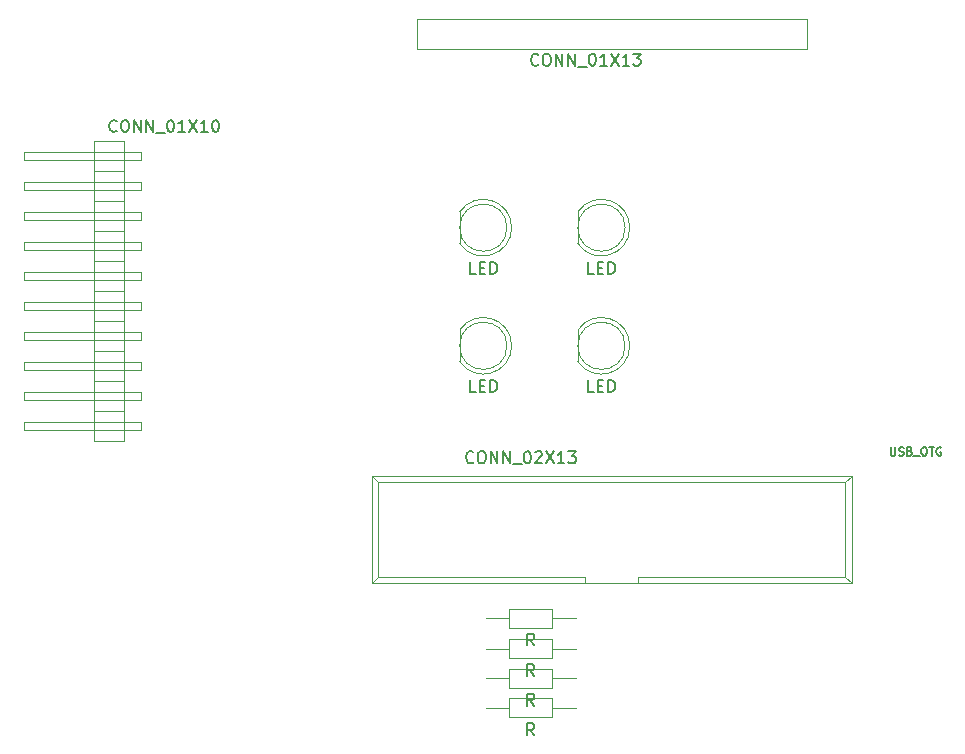
<source format=gbr>
G04 #@! TF.FileFunction,Other,Fab,Top*
%FSLAX46Y46*%
G04 Gerber Fmt 4.6, Leading zero omitted, Abs format (unit mm)*
G04 Created by KiCad (PCBNEW 4.0.5-e0-6337~49~ubuntu16.04.1) date Wed Jan 25 22:29:53 2017*
%MOMM*%
%LPD*%
G01*
G04 APERTURE LIST*
%ADD10C,0.100000*%
%ADD11C,0.150000*%
G04 APERTURE END LIST*
D10*
X145376900Y-111401000D02*
X186016900Y-111401000D01*
X145916900Y-111951000D02*
X185456900Y-111951000D01*
X145376900Y-120501000D02*
X186016900Y-120501000D01*
X145916900Y-119951000D02*
X163446900Y-119951000D01*
X167946900Y-119951000D02*
X185456900Y-119951000D01*
X163446900Y-119951000D02*
X163446900Y-120501000D01*
X167946900Y-119951000D02*
X167946900Y-120501000D01*
X145376900Y-111401000D02*
X145376900Y-120501000D01*
X145916900Y-111951000D02*
X145916900Y-119951000D01*
X186016900Y-111401000D02*
X186016900Y-120501000D01*
X185456900Y-111951000D02*
X185456900Y-119951000D01*
X145376900Y-111401000D02*
X145916900Y-111951000D01*
X186016900Y-111401000D02*
X185456900Y-111951000D01*
X145376900Y-120501000D02*
X145916900Y-119951000D01*
X186016900Y-120501000D02*
X185456900Y-119951000D01*
X157011200Y-122647200D02*
X157011200Y-124247200D01*
X157011200Y-124247200D02*
X160611200Y-124247200D01*
X160611200Y-124247200D02*
X160611200Y-122647200D01*
X160611200Y-122647200D02*
X157011200Y-122647200D01*
X155001200Y-123447200D02*
X157011200Y-123447200D01*
X162621200Y-123447200D02*
X160611200Y-123447200D01*
X157011200Y-125247200D02*
X157011200Y-126847200D01*
X157011200Y-126847200D02*
X160611200Y-126847200D01*
X160611200Y-126847200D02*
X160611200Y-125247200D01*
X160611200Y-125247200D02*
X157011200Y-125247200D01*
X155001200Y-126047200D02*
X157011200Y-126047200D01*
X162621200Y-126047200D02*
X160611200Y-126047200D01*
X157011200Y-130247200D02*
X157011200Y-131847200D01*
X157011200Y-131847200D02*
X160611200Y-131847200D01*
X160611200Y-131847200D02*
X160611200Y-130247200D01*
X160611200Y-130247200D02*
X157011200Y-130247200D01*
X155001200Y-131047200D02*
X157011200Y-131047200D01*
X162621200Y-131047200D02*
X160611200Y-131047200D01*
X157011200Y-127747200D02*
X157011200Y-129347200D01*
X157011200Y-129347200D02*
X160611200Y-129347200D01*
X160611200Y-129347200D02*
X160611200Y-127747200D01*
X160611200Y-127747200D02*
X157011200Y-127747200D01*
X155001200Y-128547200D02*
X157011200Y-128547200D01*
X162621200Y-128547200D02*
X160611200Y-128547200D01*
X152812862Y-91716139D02*
G75*
G03X152813200Y-89063350I2000338J1326139D01*
G01*
X156813200Y-90390000D02*
G75*
G03X156813200Y-90390000I-2000000J0D01*
G01*
X152813200Y-89063350D02*
X152813200Y-91716650D01*
X162812862Y-91716139D02*
G75*
G03X162813200Y-89063350I2000338J1326139D01*
G01*
X166813200Y-90390000D02*
G75*
G03X166813200Y-90390000I-2000000J0D01*
G01*
X162813200Y-89063350D02*
X162813200Y-91716650D01*
X162812862Y-101716139D02*
G75*
G03X162813200Y-99063350I2000338J1326139D01*
G01*
X166813200Y-100390000D02*
G75*
G03X166813200Y-100390000I-2000000J0D01*
G01*
X162813200Y-99063350D02*
X162813200Y-101716650D01*
X152812862Y-101716139D02*
G75*
G03X152813200Y-99063350I2000338J1326139D01*
G01*
X156813200Y-100390000D02*
G75*
G03X156813200Y-100390000I-2000000J0D01*
G01*
X152813200Y-99063350D02*
X152813200Y-101716650D01*
X124390000Y-108440000D02*
X124390000Y-105900000D01*
X124390000Y-105900000D02*
X121890000Y-105900000D01*
X121890000Y-105900000D02*
X121890000Y-108440000D01*
X121890000Y-108440000D02*
X124390000Y-108440000D01*
X125790000Y-107490000D02*
X125790000Y-106850000D01*
X125790000Y-106850000D02*
X115890000Y-106850000D01*
X115890000Y-106850000D02*
X115890000Y-107490000D01*
X115890000Y-107490000D02*
X125790000Y-107490000D01*
X124390000Y-105900000D02*
X124390000Y-103360000D01*
X124390000Y-103360000D02*
X121890000Y-103360000D01*
X121890000Y-103360000D02*
X121890000Y-105900000D01*
X121890000Y-105900000D02*
X124390000Y-105900000D01*
X125790000Y-104950000D02*
X125790000Y-104310000D01*
X125790000Y-104310000D02*
X115890000Y-104310000D01*
X115890000Y-104310000D02*
X115890000Y-104950000D01*
X115890000Y-104950000D02*
X125790000Y-104950000D01*
X124390000Y-103360000D02*
X124390000Y-100820000D01*
X124390000Y-100820000D02*
X121890000Y-100820000D01*
X121890000Y-100820000D02*
X121890000Y-103360000D01*
X121890000Y-103360000D02*
X124390000Y-103360000D01*
X125790000Y-102410000D02*
X125790000Y-101770000D01*
X125790000Y-101770000D02*
X115890000Y-101770000D01*
X115890000Y-101770000D02*
X115890000Y-102410000D01*
X115890000Y-102410000D02*
X125790000Y-102410000D01*
X124390000Y-100820000D02*
X124390000Y-98280000D01*
X124390000Y-98280000D02*
X121890000Y-98280000D01*
X121890000Y-98280000D02*
X121890000Y-100820000D01*
X121890000Y-100820000D02*
X124390000Y-100820000D01*
X125790000Y-99870000D02*
X125790000Y-99230000D01*
X125790000Y-99230000D02*
X115890000Y-99230000D01*
X115890000Y-99230000D02*
X115890000Y-99870000D01*
X115890000Y-99870000D02*
X125790000Y-99870000D01*
X124390000Y-98280000D02*
X124390000Y-95740000D01*
X124390000Y-95740000D02*
X121890000Y-95740000D01*
X121890000Y-95740000D02*
X121890000Y-98280000D01*
X121890000Y-98280000D02*
X124390000Y-98280000D01*
X125790000Y-97330000D02*
X125790000Y-96690000D01*
X125790000Y-96690000D02*
X115890000Y-96690000D01*
X115890000Y-96690000D02*
X115890000Y-97330000D01*
X115890000Y-97330000D02*
X125790000Y-97330000D01*
X124390000Y-95740000D02*
X124390000Y-93200000D01*
X124390000Y-93200000D02*
X121890000Y-93200000D01*
X121890000Y-93200000D02*
X121890000Y-95740000D01*
X121890000Y-95740000D02*
X124390000Y-95740000D01*
X125790000Y-94790000D02*
X125790000Y-94150000D01*
X125790000Y-94150000D02*
X115890000Y-94150000D01*
X115890000Y-94150000D02*
X115890000Y-94790000D01*
X115890000Y-94790000D02*
X125790000Y-94790000D01*
X124390000Y-93200000D02*
X124390000Y-90660000D01*
X124390000Y-90660000D02*
X121890000Y-90660000D01*
X121890000Y-90660000D02*
X121890000Y-93200000D01*
X121890000Y-93200000D02*
X124390000Y-93200000D01*
X125790000Y-92250000D02*
X125790000Y-91610000D01*
X125790000Y-91610000D02*
X115890000Y-91610000D01*
X115890000Y-91610000D02*
X115890000Y-92250000D01*
X115890000Y-92250000D02*
X125790000Y-92250000D01*
X124390000Y-90660000D02*
X124390000Y-88120000D01*
X124390000Y-88120000D02*
X121890000Y-88120000D01*
X121890000Y-88120000D02*
X121890000Y-90660000D01*
X121890000Y-90660000D02*
X124390000Y-90660000D01*
X125790000Y-89710000D02*
X125790000Y-89070000D01*
X125790000Y-89070000D02*
X115890000Y-89070000D01*
X115890000Y-89070000D02*
X115890000Y-89710000D01*
X115890000Y-89710000D02*
X125790000Y-89710000D01*
X124390000Y-88120000D02*
X124390000Y-85580000D01*
X124390000Y-85580000D02*
X121890000Y-85580000D01*
X121890000Y-85580000D02*
X121890000Y-88120000D01*
X121890000Y-88120000D02*
X124390000Y-88120000D01*
X125790000Y-87170000D02*
X125790000Y-86530000D01*
X125790000Y-86530000D02*
X115890000Y-86530000D01*
X115890000Y-86530000D02*
X115890000Y-87170000D01*
X115890000Y-87170000D02*
X125790000Y-87170000D01*
X124390000Y-85580000D02*
X124390000Y-83040000D01*
X124390000Y-83040000D02*
X121890000Y-83040000D01*
X121890000Y-83040000D02*
X121890000Y-85580000D01*
X121890000Y-85580000D02*
X124390000Y-85580000D01*
X125790000Y-84630000D02*
X125790000Y-83990000D01*
X125790000Y-83990000D02*
X115890000Y-83990000D01*
X115890000Y-83990000D02*
X115890000Y-84630000D01*
X115890000Y-84630000D02*
X125790000Y-84630000D01*
X182210000Y-72700000D02*
X149190000Y-72700000D01*
X149190000Y-72700000D02*
X149190000Y-75240000D01*
X149190000Y-75240000D02*
X182210000Y-75240000D01*
X182210000Y-75240000D02*
X182210000Y-72700000D01*
D11*
X153966191Y-110227143D02*
X153918572Y-110274762D01*
X153775715Y-110322381D01*
X153680477Y-110322381D01*
X153537619Y-110274762D01*
X153442381Y-110179524D01*
X153394762Y-110084286D01*
X153347143Y-109893810D01*
X153347143Y-109750952D01*
X153394762Y-109560476D01*
X153442381Y-109465238D01*
X153537619Y-109370000D01*
X153680477Y-109322381D01*
X153775715Y-109322381D01*
X153918572Y-109370000D01*
X153966191Y-109417619D01*
X154585238Y-109322381D02*
X154775715Y-109322381D01*
X154870953Y-109370000D01*
X154966191Y-109465238D01*
X155013810Y-109655714D01*
X155013810Y-109989048D01*
X154966191Y-110179524D01*
X154870953Y-110274762D01*
X154775715Y-110322381D01*
X154585238Y-110322381D01*
X154490000Y-110274762D01*
X154394762Y-110179524D01*
X154347143Y-109989048D01*
X154347143Y-109655714D01*
X154394762Y-109465238D01*
X154490000Y-109370000D01*
X154585238Y-109322381D01*
X155442381Y-110322381D02*
X155442381Y-109322381D01*
X156013810Y-110322381D01*
X156013810Y-109322381D01*
X156490000Y-110322381D02*
X156490000Y-109322381D01*
X157061429Y-110322381D01*
X157061429Y-109322381D01*
X157299524Y-110417619D02*
X158061429Y-110417619D01*
X158490000Y-109322381D02*
X158585239Y-109322381D01*
X158680477Y-109370000D01*
X158728096Y-109417619D01*
X158775715Y-109512857D01*
X158823334Y-109703333D01*
X158823334Y-109941429D01*
X158775715Y-110131905D01*
X158728096Y-110227143D01*
X158680477Y-110274762D01*
X158585239Y-110322381D01*
X158490000Y-110322381D01*
X158394762Y-110274762D01*
X158347143Y-110227143D01*
X158299524Y-110131905D01*
X158251905Y-109941429D01*
X158251905Y-109703333D01*
X158299524Y-109512857D01*
X158347143Y-109417619D01*
X158394762Y-109370000D01*
X158490000Y-109322381D01*
X159204286Y-109417619D02*
X159251905Y-109370000D01*
X159347143Y-109322381D01*
X159585239Y-109322381D01*
X159680477Y-109370000D01*
X159728096Y-109417619D01*
X159775715Y-109512857D01*
X159775715Y-109608095D01*
X159728096Y-109750952D01*
X159156667Y-110322381D01*
X159775715Y-110322381D01*
X160109048Y-109322381D02*
X160775715Y-110322381D01*
X160775715Y-109322381D02*
X160109048Y-110322381D01*
X161680477Y-110322381D02*
X161109048Y-110322381D01*
X161394762Y-110322381D02*
X161394762Y-109322381D01*
X161299524Y-109465238D01*
X161204286Y-109560476D01*
X161109048Y-109608095D01*
X162013810Y-109322381D02*
X162632858Y-109322381D01*
X162299524Y-109703333D01*
X162442382Y-109703333D01*
X162537620Y-109750952D01*
X162585239Y-109798571D01*
X162632858Y-109893810D01*
X162632858Y-110131905D01*
X162585239Y-110227143D01*
X162537620Y-110274762D01*
X162442382Y-110322381D01*
X162156667Y-110322381D01*
X162061429Y-110274762D01*
X162013810Y-110227143D01*
X159120724Y-125759581D02*
X158787390Y-125283390D01*
X158549295Y-125759581D02*
X158549295Y-124759581D01*
X158930248Y-124759581D01*
X159025486Y-124807200D01*
X159073105Y-124854819D01*
X159120724Y-124950057D01*
X159120724Y-125092914D01*
X159073105Y-125188152D01*
X159025486Y-125235771D01*
X158930248Y-125283390D01*
X158549295Y-125283390D01*
X159120724Y-128359581D02*
X158787390Y-127883390D01*
X158549295Y-128359581D02*
X158549295Y-127359581D01*
X158930248Y-127359581D01*
X159025486Y-127407200D01*
X159073105Y-127454819D01*
X159120724Y-127550057D01*
X159120724Y-127692914D01*
X159073105Y-127788152D01*
X159025486Y-127835771D01*
X158930248Y-127883390D01*
X158549295Y-127883390D01*
X159120724Y-133359581D02*
X158787390Y-132883390D01*
X158549295Y-133359581D02*
X158549295Y-132359581D01*
X158930248Y-132359581D01*
X159025486Y-132407200D01*
X159073105Y-132454819D01*
X159120724Y-132550057D01*
X159120724Y-132692914D01*
X159073105Y-132788152D01*
X159025486Y-132835771D01*
X158930248Y-132883390D01*
X158549295Y-132883390D01*
X159120724Y-130859581D02*
X158787390Y-130383390D01*
X158549295Y-130859581D02*
X158549295Y-129859581D01*
X158930248Y-129859581D01*
X159025486Y-129907200D01*
X159073105Y-129954819D01*
X159120724Y-130050057D01*
X159120724Y-130192914D01*
X159073105Y-130288152D01*
X159025486Y-130335771D01*
X158930248Y-130383390D01*
X158549295Y-130383390D01*
X189299468Y-108989067D02*
X189299468Y-109555733D01*
X189332801Y-109622400D01*
X189366134Y-109655733D01*
X189432801Y-109689067D01*
X189566134Y-109689067D01*
X189632801Y-109655733D01*
X189666134Y-109622400D01*
X189699468Y-109555733D01*
X189699468Y-108989067D01*
X189999467Y-109655733D02*
X190099467Y-109689067D01*
X190266134Y-109689067D01*
X190332801Y-109655733D01*
X190366134Y-109622400D01*
X190399467Y-109555733D01*
X190399467Y-109489067D01*
X190366134Y-109422400D01*
X190332801Y-109389067D01*
X190266134Y-109355733D01*
X190132801Y-109322400D01*
X190066134Y-109289067D01*
X190032801Y-109255733D01*
X189999467Y-109189067D01*
X189999467Y-109122400D01*
X190032801Y-109055733D01*
X190066134Y-109022400D01*
X190132801Y-108989067D01*
X190299467Y-108989067D01*
X190399467Y-109022400D01*
X190932801Y-109322400D02*
X191032801Y-109355733D01*
X191066134Y-109389067D01*
X191099468Y-109455733D01*
X191099468Y-109555733D01*
X191066134Y-109622400D01*
X191032801Y-109655733D01*
X190966134Y-109689067D01*
X190699468Y-109689067D01*
X190699468Y-108989067D01*
X190932801Y-108989067D01*
X190999468Y-109022400D01*
X191032801Y-109055733D01*
X191066134Y-109122400D01*
X191066134Y-109189067D01*
X191032801Y-109255733D01*
X190999468Y-109289067D01*
X190932801Y-109322400D01*
X190699468Y-109322400D01*
X191232801Y-109755733D02*
X191766134Y-109755733D01*
X192066134Y-108989067D02*
X192199467Y-108989067D01*
X192266134Y-109022400D01*
X192332801Y-109089067D01*
X192366134Y-109222400D01*
X192366134Y-109455733D01*
X192332801Y-109589067D01*
X192266134Y-109655733D01*
X192199467Y-109689067D01*
X192066134Y-109689067D01*
X191999467Y-109655733D01*
X191932801Y-109589067D01*
X191899467Y-109455733D01*
X191899467Y-109222400D01*
X191932801Y-109089067D01*
X191999467Y-109022400D01*
X192066134Y-108989067D01*
X192566134Y-108989067D02*
X192966134Y-108989067D01*
X192766134Y-109689067D02*
X192766134Y-108989067D01*
X193566133Y-109022400D02*
X193499467Y-108989067D01*
X193399467Y-108989067D01*
X193299467Y-109022400D01*
X193232800Y-109089067D01*
X193199467Y-109155733D01*
X193166133Y-109289067D01*
X193166133Y-109389067D01*
X193199467Y-109522400D01*
X193232800Y-109589067D01*
X193299467Y-109655733D01*
X193399467Y-109689067D01*
X193466133Y-109689067D01*
X193566133Y-109655733D01*
X193599467Y-109622400D01*
X193599467Y-109389067D01*
X193466133Y-109389067D01*
X154170343Y-94302381D02*
X153694152Y-94302381D01*
X153694152Y-93302381D01*
X154503676Y-93778571D02*
X154837010Y-93778571D01*
X154979867Y-94302381D02*
X154503676Y-94302381D01*
X154503676Y-93302381D01*
X154979867Y-93302381D01*
X155408438Y-94302381D02*
X155408438Y-93302381D01*
X155646533Y-93302381D01*
X155789391Y-93350000D01*
X155884629Y-93445238D01*
X155932248Y-93540476D01*
X155979867Y-93730952D01*
X155979867Y-93873810D01*
X155932248Y-94064286D01*
X155884629Y-94159524D01*
X155789391Y-94254762D01*
X155646533Y-94302381D01*
X155408438Y-94302381D01*
X164170343Y-94302381D02*
X163694152Y-94302381D01*
X163694152Y-93302381D01*
X164503676Y-93778571D02*
X164837010Y-93778571D01*
X164979867Y-94302381D02*
X164503676Y-94302381D01*
X164503676Y-93302381D01*
X164979867Y-93302381D01*
X165408438Y-94302381D02*
X165408438Y-93302381D01*
X165646533Y-93302381D01*
X165789391Y-93350000D01*
X165884629Y-93445238D01*
X165932248Y-93540476D01*
X165979867Y-93730952D01*
X165979867Y-93873810D01*
X165932248Y-94064286D01*
X165884629Y-94159524D01*
X165789391Y-94254762D01*
X165646533Y-94302381D01*
X165408438Y-94302381D01*
X164170343Y-104302381D02*
X163694152Y-104302381D01*
X163694152Y-103302381D01*
X164503676Y-103778571D02*
X164837010Y-103778571D01*
X164979867Y-104302381D02*
X164503676Y-104302381D01*
X164503676Y-103302381D01*
X164979867Y-103302381D01*
X165408438Y-104302381D02*
X165408438Y-103302381D01*
X165646533Y-103302381D01*
X165789391Y-103350000D01*
X165884629Y-103445238D01*
X165932248Y-103540476D01*
X165979867Y-103730952D01*
X165979867Y-103873810D01*
X165932248Y-104064286D01*
X165884629Y-104159524D01*
X165789391Y-104254762D01*
X165646533Y-104302381D01*
X165408438Y-104302381D01*
X154170343Y-104302381D02*
X153694152Y-104302381D01*
X153694152Y-103302381D01*
X154503676Y-103778571D02*
X154837010Y-103778571D01*
X154979867Y-104302381D02*
X154503676Y-104302381D01*
X154503676Y-103302381D01*
X154979867Y-103302381D01*
X155408438Y-104302381D02*
X155408438Y-103302381D01*
X155646533Y-103302381D01*
X155789391Y-103350000D01*
X155884629Y-103445238D01*
X155932248Y-103540476D01*
X155979867Y-103730952D01*
X155979867Y-103873810D01*
X155932248Y-104064286D01*
X155884629Y-104159524D01*
X155789391Y-104254762D01*
X155646533Y-104302381D01*
X155408438Y-104302381D01*
X123766191Y-82177143D02*
X123718572Y-82224762D01*
X123575715Y-82272381D01*
X123480477Y-82272381D01*
X123337619Y-82224762D01*
X123242381Y-82129524D01*
X123194762Y-82034286D01*
X123147143Y-81843810D01*
X123147143Y-81700952D01*
X123194762Y-81510476D01*
X123242381Y-81415238D01*
X123337619Y-81320000D01*
X123480477Y-81272381D01*
X123575715Y-81272381D01*
X123718572Y-81320000D01*
X123766191Y-81367619D01*
X124385238Y-81272381D02*
X124575715Y-81272381D01*
X124670953Y-81320000D01*
X124766191Y-81415238D01*
X124813810Y-81605714D01*
X124813810Y-81939048D01*
X124766191Y-82129524D01*
X124670953Y-82224762D01*
X124575715Y-82272381D01*
X124385238Y-82272381D01*
X124290000Y-82224762D01*
X124194762Y-82129524D01*
X124147143Y-81939048D01*
X124147143Y-81605714D01*
X124194762Y-81415238D01*
X124290000Y-81320000D01*
X124385238Y-81272381D01*
X125242381Y-82272381D02*
X125242381Y-81272381D01*
X125813810Y-82272381D01*
X125813810Y-81272381D01*
X126290000Y-82272381D02*
X126290000Y-81272381D01*
X126861429Y-82272381D01*
X126861429Y-81272381D01*
X127099524Y-82367619D02*
X127861429Y-82367619D01*
X128290000Y-81272381D02*
X128385239Y-81272381D01*
X128480477Y-81320000D01*
X128528096Y-81367619D01*
X128575715Y-81462857D01*
X128623334Y-81653333D01*
X128623334Y-81891429D01*
X128575715Y-82081905D01*
X128528096Y-82177143D01*
X128480477Y-82224762D01*
X128385239Y-82272381D01*
X128290000Y-82272381D01*
X128194762Y-82224762D01*
X128147143Y-82177143D01*
X128099524Y-82081905D01*
X128051905Y-81891429D01*
X128051905Y-81653333D01*
X128099524Y-81462857D01*
X128147143Y-81367619D01*
X128194762Y-81320000D01*
X128290000Y-81272381D01*
X129575715Y-82272381D02*
X129004286Y-82272381D01*
X129290000Y-82272381D02*
X129290000Y-81272381D01*
X129194762Y-81415238D01*
X129099524Y-81510476D01*
X129004286Y-81558095D01*
X129909048Y-81272381D02*
X130575715Y-82272381D01*
X130575715Y-81272381D02*
X129909048Y-82272381D01*
X131480477Y-82272381D02*
X130909048Y-82272381D01*
X131194762Y-82272381D02*
X131194762Y-81272381D01*
X131099524Y-81415238D01*
X131004286Y-81510476D01*
X130909048Y-81558095D01*
X132099524Y-81272381D02*
X132194763Y-81272381D01*
X132290001Y-81320000D01*
X132337620Y-81367619D01*
X132385239Y-81462857D01*
X132432858Y-81653333D01*
X132432858Y-81891429D01*
X132385239Y-82081905D01*
X132337620Y-82177143D01*
X132290001Y-82224762D01*
X132194763Y-82272381D01*
X132099524Y-82272381D01*
X132004286Y-82224762D01*
X131956667Y-82177143D01*
X131909048Y-82081905D01*
X131861429Y-81891429D01*
X131861429Y-81653333D01*
X131909048Y-81462857D01*
X131956667Y-81367619D01*
X132004286Y-81320000D01*
X132099524Y-81272381D01*
X159466191Y-76577143D02*
X159418572Y-76624762D01*
X159275715Y-76672381D01*
X159180477Y-76672381D01*
X159037619Y-76624762D01*
X158942381Y-76529524D01*
X158894762Y-76434286D01*
X158847143Y-76243810D01*
X158847143Y-76100952D01*
X158894762Y-75910476D01*
X158942381Y-75815238D01*
X159037619Y-75720000D01*
X159180477Y-75672381D01*
X159275715Y-75672381D01*
X159418572Y-75720000D01*
X159466191Y-75767619D01*
X160085238Y-75672381D02*
X160275715Y-75672381D01*
X160370953Y-75720000D01*
X160466191Y-75815238D01*
X160513810Y-76005714D01*
X160513810Y-76339048D01*
X160466191Y-76529524D01*
X160370953Y-76624762D01*
X160275715Y-76672381D01*
X160085238Y-76672381D01*
X159990000Y-76624762D01*
X159894762Y-76529524D01*
X159847143Y-76339048D01*
X159847143Y-76005714D01*
X159894762Y-75815238D01*
X159990000Y-75720000D01*
X160085238Y-75672381D01*
X160942381Y-76672381D02*
X160942381Y-75672381D01*
X161513810Y-76672381D01*
X161513810Y-75672381D01*
X161990000Y-76672381D02*
X161990000Y-75672381D01*
X162561429Y-76672381D01*
X162561429Y-75672381D01*
X162799524Y-76767619D02*
X163561429Y-76767619D01*
X163990000Y-75672381D02*
X164085239Y-75672381D01*
X164180477Y-75720000D01*
X164228096Y-75767619D01*
X164275715Y-75862857D01*
X164323334Y-76053333D01*
X164323334Y-76291429D01*
X164275715Y-76481905D01*
X164228096Y-76577143D01*
X164180477Y-76624762D01*
X164085239Y-76672381D01*
X163990000Y-76672381D01*
X163894762Y-76624762D01*
X163847143Y-76577143D01*
X163799524Y-76481905D01*
X163751905Y-76291429D01*
X163751905Y-76053333D01*
X163799524Y-75862857D01*
X163847143Y-75767619D01*
X163894762Y-75720000D01*
X163990000Y-75672381D01*
X165275715Y-76672381D02*
X164704286Y-76672381D01*
X164990000Y-76672381D02*
X164990000Y-75672381D01*
X164894762Y-75815238D01*
X164799524Y-75910476D01*
X164704286Y-75958095D01*
X165609048Y-75672381D02*
X166275715Y-76672381D01*
X166275715Y-75672381D02*
X165609048Y-76672381D01*
X167180477Y-76672381D02*
X166609048Y-76672381D01*
X166894762Y-76672381D02*
X166894762Y-75672381D01*
X166799524Y-75815238D01*
X166704286Y-75910476D01*
X166609048Y-75958095D01*
X167513810Y-75672381D02*
X168132858Y-75672381D01*
X167799524Y-76053333D01*
X167942382Y-76053333D01*
X168037620Y-76100952D01*
X168085239Y-76148571D01*
X168132858Y-76243810D01*
X168132858Y-76481905D01*
X168085239Y-76577143D01*
X168037620Y-76624762D01*
X167942382Y-76672381D01*
X167656667Y-76672381D01*
X167561429Y-76624762D01*
X167513810Y-76577143D01*
M02*

</source>
